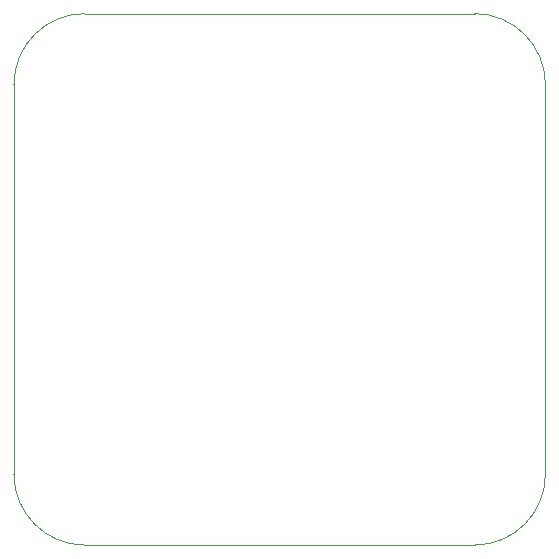
<source format=gbr>
%TF.GenerationSoftware,KiCad,Pcbnew,(6.0.6)*%
%TF.CreationDate,2023-02-06T16:25:44-08:00*%
%TF.ProjectId,PIC10F200 PCB,50494331-3046-4323-9030-205043422e6b,rev?*%
%TF.SameCoordinates,Original*%
%TF.FileFunction,Profile,NP*%
%FSLAX46Y46*%
G04 Gerber Fmt 4.6, Leading zero omitted, Abs format (unit mm)*
G04 Created by KiCad (PCBNEW (6.0.6)) date 2023-02-06 16:25:44*
%MOMM*%
%LPD*%
G01*
G04 APERTURE LIST*
%TA.AperFunction,Profile*%
%ADD10C,0.100000*%
%TD*%
G04 APERTURE END LIST*
D10*
X111000000Y-111000000D02*
G75*
G03*
X117000000Y-117000000I6000000J0D01*
G01*
X156000000Y-78000000D02*
G75*
G03*
X150000000Y-72000000I-6000000J0D01*
G01*
X150000000Y-117000000D02*
X117000000Y-117000000D01*
X150000000Y-117000000D02*
G75*
G03*
X156000000Y-111000000I0J6000000D01*
G01*
X117000000Y-72000000D02*
G75*
G03*
X111000000Y-78000000I0J-6000000D01*
G01*
X117000000Y-72000000D02*
X150000000Y-72000000D01*
X111000000Y-111000000D02*
X111000000Y-78000000D01*
X156000000Y-78000000D02*
X156000000Y-111000000D01*
M02*

</source>
